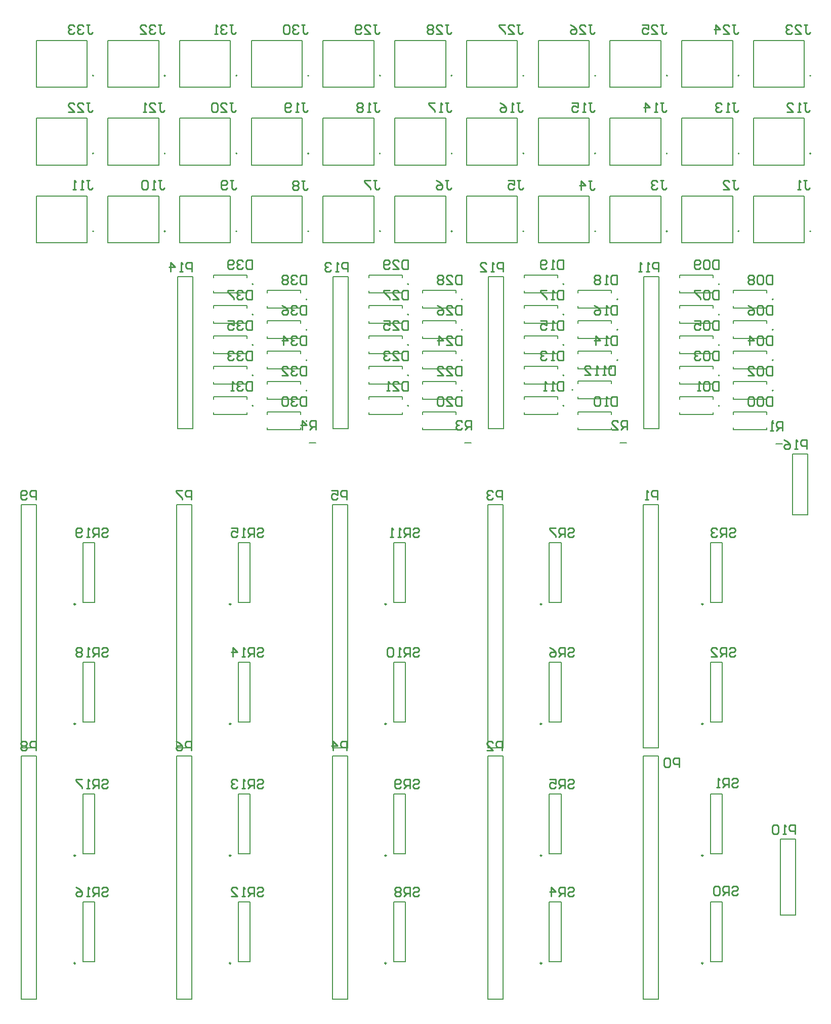
<source format=gto>
G04*
G04 #@! TF.GenerationSoftware,Altium Limited,Altium Designer,18.0.9 (584)*
G04*
G04 Layer_Color=65535*
%FSLAX25Y25*%
%MOIN*%
G70*
G01*
G75*
%ADD10C,0.00787*%
%ADD11C,0.00984*%
%ADD12C,0.00500*%
%ADD13C,0.01000*%
D10*
X57480Y574882D02*
G03*
X57480Y574882I394J0D01*
G01*
X529921Y626063D02*
G03*
X529921Y626063I394J0D01*
G01*
X529921Y574882D02*
G03*
X529921Y574882I394J0D01*
G01*
X482677Y626063D02*
G03*
X482677Y626063I394J0D01*
G01*
X482677Y574882D02*
G03*
X482677Y574882I394J0D01*
G01*
Y523701D02*
G03*
X482677Y523701I394J0D01*
G01*
X435433Y626063D02*
G03*
X435433Y626063I394J0D01*
G01*
X435433Y574882D02*
G03*
X435433Y574882I394J0D01*
G01*
Y523701D02*
G03*
X435433Y523701I394J0D01*
G01*
X388189Y626063D02*
G03*
X388189Y626063I394J0D01*
G01*
Y574882D02*
G03*
X388189Y574882I394J0D01*
G01*
Y523701D02*
G03*
X388189Y523701I394J0D01*
G01*
X340945Y626063D02*
G03*
X340945Y626063I394J0D01*
G01*
X340945Y574882D02*
G03*
X340945Y574882I394J0D01*
G01*
Y523701D02*
G03*
X340945Y523701I394J0D01*
G01*
X293701Y626063D02*
G03*
X293701Y626063I394J0D01*
G01*
Y574882D02*
G03*
X293701Y574882I394J0D01*
G01*
Y523701D02*
G03*
X293701Y523701I394J0D01*
G01*
X246457Y626063D02*
G03*
X246457Y626063I394J0D01*
G01*
X246457Y574882D02*
G03*
X246457Y574882I394J0D01*
G01*
Y523701D02*
G03*
X246457Y523701I394J0D01*
G01*
X199213Y626063D02*
G03*
X199213Y626063I394J0D01*
G01*
X199213Y574882D02*
G03*
X199213Y574882I394J0D01*
G01*
Y523701D02*
G03*
X199213Y523701I394J0D01*
G01*
X151969Y626063D02*
G03*
X151969Y626063I394J0D01*
G01*
X151969Y574882D02*
G03*
X151969Y574882I394J0D01*
G01*
Y523701D02*
G03*
X151969Y523701I394J0D01*
G01*
X104724Y626063D02*
G03*
X104724Y626063I394J0D01*
G01*
X104724Y574882D02*
G03*
X104724Y574882I394J0D01*
G01*
Y523701D02*
G03*
X104724Y523701I394J0D01*
G01*
X57480Y626063D02*
G03*
X57480Y626063I394J0D01*
G01*
X57480Y523701D02*
G03*
X57480Y523701I394J0D01*
G01*
X529921D02*
G03*
X529921Y523701I394J0D01*
G01*
X373209Y419291D02*
G03*
X373209Y419291I394J0D01*
G01*
X505138Y398917D02*
G03*
X505138Y398917I394J0D01*
G01*
X469705Y408917D02*
G03*
X469705Y408917I394J0D01*
G01*
X505138Y418917D02*
G03*
X505138Y418917I394J0D01*
G01*
X469705Y428917D02*
G03*
X469705Y428917I394J0D01*
G01*
X505138Y438917D02*
G03*
X505138Y438917I394J0D01*
G01*
X469705Y448917D02*
G03*
X469705Y448917I394J0D01*
G01*
X505138Y458917D02*
G03*
X505138Y458917I394J0D01*
G01*
X469705Y468917D02*
G03*
X469705Y468917I394J0D01*
G01*
X505138Y478917D02*
G03*
X505138Y478917I394J0D01*
G01*
X469705Y488917D02*
G03*
X469705Y488917I394J0D01*
G01*
X300413Y398917D02*
G03*
X300413Y398917I394J0D01*
G01*
X402775D02*
G03*
X402775Y398917I394J0D01*
G01*
X264980Y408917D02*
G03*
X264980Y408917I394J0D01*
G01*
X367342D02*
G03*
X367342Y408917I394J0D01*
G01*
X300413Y418917D02*
G03*
X300413Y418917I394J0D01*
G01*
X264980Y428917D02*
G03*
X264980Y428917I394J0D01*
G01*
X367342D02*
G03*
X367342Y428917I394J0D01*
G01*
X300413Y438917D02*
G03*
X300413Y438917I394J0D01*
G01*
X402775D02*
G03*
X402775Y438917I394J0D01*
G01*
X264980Y448917D02*
G03*
X264980Y448917I394J0D01*
G01*
X367342D02*
G03*
X367342Y448917I394J0D01*
G01*
X300413Y458917D02*
G03*
X300413Y458917I394J0D01*
G01*
X402775D02*
G03*
X402775Y458917I394J0D01*
G01*
X264980Y468917D02*
G03*
X264980Y468917I394J0D01*
G01*
X367342D02*
G03*
X367342Y468917I394J0D01*
G01*
X300413Y478917D02*
G03*
X300413Y478917I394J0D01*
G01*
X402775D02*
G03*
X402775Y478917I394J0D01*
G01*
X264980Y488917D02*
G03*
X264980Y488917I394J0D01*
G01*
X367342D02*
G03*
X367342Y488917I394J0D01*
G01*
X198051Y398917D02*
G03*
X198051Y398917I394J0D01*
G01*
X162618Y408917D02*
G03*
X162618Y408917I394J0D01*
G01*
X198051Y418917D02*
G03*
X198051Y418917I394J0D01*
G01*
X162618Y428917D02*
G03*
X162618Y428917I394J0D01*
G01*
X198051Y438917D02*
G03*
X198051Y438917I394J0D01*
G01*
X162618Y448917D02*
G03*
X162618Y448917I394J0D01*
G01*
X198051Y458917D02*
G03*
X198051Y458917I394J0D01*
G01*
X162618Y468917D02*
G03*
X162618Y468917I394J0D01*
G01*
X198051Y478917D02*
G03*
X198051Y478917I394J0D01*
G01*
X162618Y488917D02*
G03*
X162618Y488917I394J0D01*
G01*
X512008Y383858D02*
X507677D01*
X528622Y377047D02*
X518622D01*
Y337047D02*
Y377047D01*
X528622Y337047D02*
Y377047D01*
Y337047D02*
X518622D01*
X430787Y493917D02*
X420787D01*
Y393917D02*
Y493917D01*
X430787Y393917D02*
X420787D01*
X430787D02*
Y401417D01*
Y493917D01*
X307087Y384449D02*
X302756D01*
X409449D02*
X405118D01*
X123701Y401417D02*
Y493917D01*
Y393917D02*
Y401417D01*
Y393917D02*
X113701D01*
Y493917D01*
X123701D02*
X113701D01*
X226063Y401417D02*
Y493917D01*
Y393917D02*
Y401417D01*
Y393917D02*
X216063D01*
Y493917D01*
X226063D02*
X216063D01*
X328425Y401417D02*
Y493917D01*
Y393917D02*
Y401417D01*
Y393917D02*
X318425D01*
Y493917D01*
X328425D02*
X318425D01*
X204724Y384449D02*
X200394D01*
X215472Y183976D02*
Y343976D01*
X225472Y183976D02*
X215472D01*
X225472D02*
Y191476D01*
Y343976D01*
X215472D01*
Y18622D02*
Y178622D01*
X225472Y18622D02*
X215472D01*
X225472D02*
Y26122D01*
Y178622D01*
X215472D01*
X10748Y183976D02*
Y343976D01*
X20748Y183976D02*
X10748D01*
X20748D02*
Y191476D01*
Y343976D01*
X10748D01*
X113110Y183976D02*
Y343976D01*
X123110Y183976D02*
X113110D01*
X123110D02*
Y191476D01*
Y343976D01*
X113110D01*
Y18622D02*
Y178622D01*
X123110Y18622D02*
X113110D01*
X123110D02*
Y26122D01*
Y178622D01*
X113110D01*
X10748Y18622D02*
Y178622D01*
X20748Y18622D02*
X10748D01*
X20748D02*
Y26122D01*
Y178622D01*
X10748D01*
X263779Y318898D02*
X255906D01*
X263779Y279528D02*
X255906D01*
X263779D02*
Y318898D01*
X255906Y279528D02*
Y318898D01*
X263779Y153543D02*
X255906D01*
X263779Y114173D02*
X255906D01*
X263779D02*
Y153543D01*
X255906Y114173D02*
Y153543D01*
X59055Y318898D02*
X51181D01*
X59055Y279528D02*
X51181D01*
X59055D02*
Y318898D01*
X51181Y279528D02*
Y318898D01*
X161417D02*
X153543D01*
X161417Y279528D02*
X153543D01*
X161417D02*
Y318898D01*
X153543Y279528D02*
Y318898D01*
X161417Y153543D02*
X153543D01*
X161417Y114173D02*
X153543D01*
X161417D02*
Y153543D01*
X153543Y114173D02*
Y153543D01*
X59055D02*
X51181D01*
X59055Y114173D02*
X51181D01*
X59055D02*
Y153543D01*
X51181Y114173D02*
Y153543D01*
X263779Y240158D02*
X255906D01*
X263779Y200787D02*
X255906D01*
X263779D02*
Y240158D01*
X255906Y200787D02*
Y240158D01*
X263779Y82677D02*
X255906D01*
X263779Y43307D02*
X255906D01*
X263779D02*
Y82677D01*
X255906Y43307D02*
Y82677D01*
X59055Y240158D02*
X51181D01*
X59055Y200787D02*
X51181D01*
X59055D02*
Y240158D01*
X51181Y200787D02*
Y240158D01*
X161417Y240158D02*
X153543Y240158D01*
X161417Y200787D02*
X153543Y200787D01*
X161417Y200787D02*
Y240158D01*
X153543Y200787D02*
Y240158D01*
X161417Y82677D02*
X153543D01*
X161417Y43307D02*
X153543D01*
X161417D02*
Y82677D01*
X153543Y43307D02*
Y82677D01*
X59055D02*
X51181D01*
X59055Y43307D02*
X51181D01*
X59055D02*
Y82677D01*
X51181Y43307D02*
Y82677D01*
X317835Y183976D02*
Y343976D01*
X327835Y183976D02*
X317835D01*
X327835D02*
Y191476D01*
Y343976D01*
X317835D01*
X366142Y318898D02*
X358268D01*
X366142Y279528D02*
X358268D01*
X366142D02*
Y318898D01*
X358268Y279528D02*
Y318898D01*
X366142Y240158D02*
X358268D01*
X366142Y200787D02*
X358268D01*
X366142D02*
Y240158D01*
X358268Y200787D02*
Y240158D01*
X317835Y18622D02*
Y178622D01*
X327835Y18622D02*
X317835D01*
X327835D02*
Y26122D01*
Y178622D01*
X317835D01*
X366142Y153543D02*
X358268D01*
X366142Y114173D02*
X358268D01*
X366142D02*
Y153543D01*
X358268Y114173D02*
Y153543D01*
X366142Y82677D02*
X358268D01*
X366142Y43307D02*
X358268D01*
X366142D02*
Y82677D01*
X358268Y43307D02*
Y82677D01*
X420197Y183976D02*
Y343976D01*
X430197Y183976D02*
X420197D01*
X430197D02*
Y191476D01*
Y343976D01*
X420197D01*
X472441Y318898D02*
X464567D01*
X472441Y279528D02*
X464567D01*
X472441D02*
Y318898D01*
X464567Y279528D02*
Y318898D01*
X472441Y240158D02*
X464567D01*
X472441Y200787D02*
X464567D01*
X472441D02*
Y240158D01*
X464567Y200787D02*
Y240158D01*
X420197Y18622D02*
Y178622D01*
X430197Y18622D02*
X420197D01*
X430197D02*
Y26122D01*
Y178622D01*
X420197D01*
X472441Y153543D02*
X464567D01*
X472441Y114173D02*
X464567D01*
X472441D02*
Y153543D01*
X464567Y114173D02*
Y153543D01*
X472441Y82677D02*
X464567D01*
X472441Y43307D02*
X464567D01*
X472441D02*
Y82677D01*
X464567Y43307D02*
Y82677D01*
X520748Y73740D02*
X510748D01*
X520748D02*
Y123740D01*
X510748Y73740D02*
Y123740D01*
X520748D02*
X510748D01*
D11*
X250098Y278366D02*
G03*
X250098Y278366I492J0D01*
G01*
Y113012D02*
G03*
X250098Y113012I492J0D01*
G01*
X45374Y278366D02*
G03*
X45374Y278366I492J0D01*
G01*
X147736D02*
G03*
X147736Y278366I492J0D01*
G01*
Y113012D02*
G03*
X147736Y113012I492J0D01*
G01*
X45374D02*
G03*
X45374Y113012I492J0D01*
G01*
X250098Y199626D02*
G03*
X250098Y199626I492J0D01*
G01*
Y42146D02*
G03*
X250098Y42146I492J0D01*
G01*
X45374Y199626D02*
G03*
X45374Y199626I492J0D01*
G01*
X147736Y199626D02*
G03*
X147736Y199626I492J0D01*
G01*
Y42146D02*
G03*
X147736Y42146I492J0D01*
G01*
X45374D02*
G03*
X45374Y42146I492J0D01*
G01*
X352461Y278366D02*
G03*
X352461Y278366I492J0D01*
G01*
Y199626D02*
G03*
X352461Y199626I492J0D01*
G01*
Y113012D02*
G03*
X352461Y113012I492J0D01*
G01*
Y42146D02*
G03*
X352461Y42146I492J0D01*
G01*
X458760Y278366D02*
G03*
X458760Y278366I492J0D01*
G01*
Y199626D02*
G03*
X458760Y199626I492J0D01*
G01*
Y113012D02*
G03*
X458760Y113012I492J0D01*
G01*
Y42146D02*
G03*
X458760Y42146I492J0D01*
G01*
D12*
X53937Y567205D02*
X20472D01*
X53937D02*
Y598150D01*
X20472D01*
Y567205D02*
Y598150D01*
X526378Y618386D02*
X492913D01*
X526378D02*
Y649331D01*
X492913D01*
Y618386D02*
Y649331D01*
X526378Y567205D02*
X492913D01*
X526378D02*
Y598150D01*
X492913D01*
Y567205D02*
Y598150D01*
X479134Y618386D02*
X445669D01*
X479134D02*
Y649331D01*
X445669D01*
Y618386D02*
Y649331D01*
X479134Y567205D02*
X445669D01*
X479134D02*
Y598150D01*
X445669D01*
Y567205D02*
Y598150D01*
X479134Y516024D02*
X445669D01*
X479134D02*
Y546969D01*
X445669D01*
Y516024D02*
Y546969D01*
X431890Y618386D02*
X398425D01*
X431890D02*
Y649331D01*
X398425D01*
Y618386D02*
Y649331D01*
X431890Y567205D02*
X398425D01*
X431890D02*
Y598150D01*
X398425D01*
Y567205D02*
Y598150D01*
X431890Y516024D02*
X398425D01*
X431890D02*
Y546969D01*
X398425D01*
Y516024D02*
Y546969D01*
X384646Y618386D02*
X351181D01*
X384646D02*
Y649331D01*
X351181D01*
Y618386D02*
Y649331D01*
X384646Y567205D02*
X351181D01*
X384646D02*
Y598150D01*
X351181D01*
Y567205D02*
Y598150D01*
X384646Y516024D02*
X351181D01*
X384646D02*
Y546969D01*
X351181D01*
Y516024D02*
Y546969D01*
X337402Y618386D02*
X303937D01*
X337402D02*
Y649331D01*
X303937D01*
Y618386D02*
Y649331D01*
X337402Y567205D02*
X303937D01*
X337402D02*
Y598150D01*
X303937D01*
Y567205D02*
Y598150D01*
X337402Y516024D02*
X303937D01*
X337402D02*
Y546969D01*
X303937D01*
Y516024D02*
Y546969D01*
X290158Y618386D02*
X256693D01*
X290158D02*
Y649331D01*
X256693D01*
Y618386D02*
Y649331D01*
X290158Y567205D02*
X256693D01*
X290158D02*
Y598150D01*
X256693D01*
Y567205D02*
Y598150D01*
X290158Y516024D02*
X256693D01*
X290158D02*
Y546969D01*
X256693D01*
Y516024D02*
Y546969D01*
X242913Y618386D02*
X209449D01*
X242913D02*
Y649331D01*
X209449D01*
Y618386D02*
Y649331D01*
X242913Y567205D02*
X209449D01*
X242913D02*
Y598150D01*
X209449D01*
Y567205D02*
Y598150D01*
X242913Y516024D02*
X209449D01*
X242913D02*
Y546969D01*
X209449D01*
Y516024D02*
Y546969D01*
X195669Y618386D02*
X162205D01*
X195669D02*
Y649331D01*
X162205D01*
Y618386D02*
Y649331D01*
X195669Y567205D02*
X162205D01*
X195669D02*
Y598150D01*
X162205D01*
Y567205D02*
Y598150D01*
X195669Y516024D02*
X162205D01*
X195669D02*
Y546969D01*
X162205D01*
Y516024D02*
Y546969D01*
X148425Y618386D02*
X114961D01*
X148425D02*
Y649331D01*
X114961D01*
Y618386D02*
Y649331D01*
X148425Y567205D02*
X114961D01*
X148425D02*
Y598150D01*
X114961D01*
Y567205D02*
Y598150D01*
X148425Y516024D02*
X114961D01*
X148425D02*
Y546969D01*
X114961D01*
Y516024D02*
Y546969D01*
X101181Y618386D02*
X67716D01*
X101181D02*
Y649331D01*
X67716D01*
Y618386D02*
Y649331D01*
X101181Y567205D02*
X67716D01*
X101181D02*
Y598150D01*
X67716D01*
Y567205D02*
Y598150D01*
X101181Y516024D02*
X67716D01*
X101181D02*
Y546969D01*
X67716D01*
Y516024D02*
Y546969D01*
X53937Y618386D02*
X20472D01*
X53937D02*
Y649331D01*
X20472D01*
Y618386D02*
Y649331D01*
X53937Y516024D02*
X20472D01*
X53937D02*
Y546969D01*
X20472D01*
Y516024D02*
Y546969D01*
X526378Y516024D02*
X492913D01*
X526378D02*
Y546969D01*
X492913D01*
Y516024D02*
Y546969D01*
X377362Y413484D02*
Y414961D01*
X399409Y413484D02*
X377362D01*
X399409D02*
Y414961D01*
Y423622D02*
Y425098D01*
X377362D01*
Y423622D02*
Y425098D01*
X501771Y393110D02*
Y394587D01*
Y393110D02*
X479724D01*
Y394587D01*
Y403248D02*
Y404724D01*
X501771D02*
X479724D01*
X501771Y403248D02*
Y404724D01*
X466338Y403110D02*
Y404587D01*
Y403110D02*
X444291D01*
Y404587D01*
Y413248D02*
Y414724D01*
X466338D02*
X444291D01*
X466338Y413248D02*
Y414724D01*
X501771Y413110D02*
Y414587D01*
Y413110D02*
X479724D01*
Y414587D01*
Y423248D02*
Y424724D01*
X501771D02*
X479724D01*
X501771Y423248D02*
Y424724D01*
X466338Y423110D02*
Y424587D01*
Y423110D02*
X444291D01*
Y424587D01*
Y433248D02*
Y434724D01*
X466338D02*
X444291D01*
X466338Y433248D02*
Y434724D01*
X501771Y433110D02*
Y434587D01*
Y433110D02*
X479724D01*
Y434587D01*
Y443248D02*
Y444724D01*
X501771D02*
X479724D01*
X501771Y443248D02*
Y444724D01*
X466338Y443110D02*
Y444587D01*
Y443110D02*
X444291D01*
Y444587D01*
Y453248D02*
Y454724D01*
X466338D02*
X444291D01*
X466338Y453248D02*
Y454724D01*
X501771Y453110D02*
Y454587D01*
Y453110D02*
X479724D01*
Y454587D01*
Y463248D02*
Y464724D01*
X501771D02*
X479724D01*
X501771Y463248D02*
Y464724D01*
X466338Y463110D02*
Y464587D01*
Y463110D02*
X444291D01*
Y464587D01*
Y473248D02*
Y474724D01*
X466338D02*
X444291D01*
X466338Y473248D02*
Y474724D01*
X501771Y473110D02*
Y474587D01*
Y473110D02*
X479724D01*
Y474587D01*
Y483248D02*
Y484724D01*
X501771D02*
X479724D01*
X501771Y483248D02*
Y484724D01*
X466338Y483110D02*
Y484587D01*
Y483110D02*
X444291D01*
Y484587D01*
Y493248D02*
Y494724D01*
X466338D02*
X444291D01*
X466338Y493248D02*
Y494724D01*
X297047Y403248D02*
Y404724D01*
X275000D01*
Y403248D02*
Y404724D01*
Y393110D02*
Y394587D01*
X297047Y393110D02*
X275000D01*
X297047D02*
Y394587D01*
X399409Y403248D02*
Y404724D01*
X377362D01*
Y403248D02*
Y404724D01*
Y393110D02*
Y394587D01*
X399409Y393110D02*
X377362D01*
X399409D02*
Y394587D01*
X261614Y413248D02*
Y414724D01*
X239567D01*
Y413248D02*
Y414724D01*
Y403110D02*
Y404587D01*
X261614Y403110D02*
X239567D01*
X261614D02*
Y404587D01*
X363976Y413248D02*
Y414724D01*
X341929D01*
Y413248D02*
Y414724D01*
Y403110D02*
Y404587D01*
X363976Y403110D02*
X341929D01*
X363976D02*
Y404587D01*
X297047Y423248D02*
Y424724D01*
X275000D01*
Y423248D02*
Y424724D01*
Y413110D02*
Y414587D01*
X297047Y413110D02*
X275000D01*
X297047D02*
Y414587D01*
X261614Y433248D02*
Y434724D01*
X239567D01*
Y433248D02*
Y434724D01*
Y423110D02*
Y424587D01*
X261614Y423110D02*
X239567D01*
X261614D02*
Y424587D01*
X363976Y433248D02*
Y434724D01*
X341929D01*
Y433248D02*
Y434724D01*
Y423110D02*
Y424587D01*
X363976Y423110D02*
X341929D01*
X363976D02*
Y424587D01*
X297047Y443248D02*
Y444724D01*
X275000D01*
Y443248D02*
Y444724D01*
Y433110D02*
Y434587D01*
X297047Y433110D02*
X275000D01*
X297047D02*
Y434587D01*
X399409Y443248D02*
Y444724D01*
X377362D01*
Y443248D02*
Y444724D01*
Y433110D02*
Y434587D01*
X399409Y433110D02*
X377362D01*
X399409D02*
Y434587D01*
X261614Y453248D02*
Y454724D01*
X239567D01*
Y453248D02*
Y454724D01*
Y443110D02*
Y444587D01*
X261614Y443110D02*
X239567D01*
X261614D02*
Y444587D01*
X363976Y453248D02*
Y454724D01*
X341929D01*
Y453248D02*
Y454724D01*
Y443110D02*
Y444587D01*
X363976Y443110D02*
X341929D01*
X363976D02*
Y444587D01*
X297047Y463248D02*
Y464724D01*
X275000D01*
Y463248D02*
Y464724D01*
Y453110D02*
Y454587D01*
X297047Y453110D02*
X275000D01*
X297047D02*
Y454587D01*
X399409Y463248D02*
Y464724D01*
X377362D01*
Y463248D02*
Y464724D01*
Y453110D02*
Y454587D01*
X399409Y453110D02*
X377362D01*
X399409D02*
Y454587D01*
X261614Y473248D02*
Y474724D01*
X239567D01*
Y473248D02*
Y474724D01*
Y463110D02*
Y464587D01*
X261614Y463110D02*
X239567D01*
X261614D02*
Y464587D01*
X363976Y473248D02*
Y474724D01*
X341929D01*
Y473248D02*
Y474724D01*
Y463110D02*
Y464587D01*
X363976Y463110D02*
X341929D01*
X363976D02*
Y464587D01*
X297047Y483248D02*
Y484724D01*
X275000D01*
Y483248D02*
Y484724D01*
Y473110D02*
Y474587D01*
X297047Y473110D02*
X275000D01*
X297047D02*
Y474587D01*
X399409Y483248D02*
Y484724D01*
X377362D01*
Y483248D02*
Y484724D01*
Y473110D02*
Y474587D01*
X399409Y473110D02*
X377362D01*
X399409D02*
Y474587D01*
X261614Y493248D02*
Y494724D01*
X239567D01*
Y493248D02*
Y494724D01*
Y483110D02*
Y484587D01*
X261614Y483110D02*
X239567D01*
X261614D02*
Y484587D01*
X363976Y493248D02*
Y494724D01*
X341929D01*
Y493248D02*
Y494724D01*
Y483110D02*
Y484587D01*
X363976Y483110D02*
X341929D01*
X363976D02*
Y484587D01*
X194685Y403248D02*
Y404724D01*
X172638D01*
Y403248D02*
Y404724D01*
Y393110D02*
Y394587D01*
X194685Y393110D02*
X172638D01*
X194685D02*
Y394587D01*
X159252Y413248D02*
Y414724D01*
X137205D01*
Y413248D02*
Y414724D01*
Y403110D02*
Y404587D01*
X159252Y403110D02*
X137205D01*
X159252D02*
Y404587D01*
X194685Y423248D02*
Y424724D01*
X172638D01*
Y423248D02*
Y424724D01*
Y413110D02*
Y414587D01*
X194685Y413110D02*
X172638D01*
X194685D02*
Y414587D01*
X159252Y433248D02*
Y434724D01*
X137205D01*
Y433248D02*
Y434724D01*
Y423110D02*
Y424587D01*
X159252Y423110D02*
X137205D01*
X159252D02*
Y424587D01*
X194685Y443248D02*
Y444724D01*
X172638D01*
Y443248D02*
Y444724D01*
Y433110D02*
Y434587D01*
X194685Y433110D02*
X172638D01*
X194685D02*
Y434587D01*
X159252Y453248D02*
Y454724D01*
X137205D01*
Y453248D02*
Y454724D01*
Y443110D02*
Y444587D01*
X159252Y443110D02*
X137205D01*
X159252D02*
Y444587D01*
X194685Y463248D02*
Y464724D01*
X172638D01*
Y463248D02*
Y464724D01*
Y453110D02*
Y454587D01*
X194685Y453110D02*
X172638D01*
X194685D02*
Y454587D01*
X159252Y473248D02*
Y474724D01*
X137205D01*
Y473248D02*
Y474724D01*
Y463110D02*
Y464587D01*
X159252Y463110D02*
X137205D01*
X159252D02*
Y464587D01*
X194685Y483248D02*
Y484724D01*
X172638D01*
Y483248D02*
Y484724D01*
Y473110D02*
Y474587D01*
X194685Y473110D02*
X172638D01*
X194685D02*
Y474587D01*
X159252Y493248D02*
Y494724D01*
X137205D01*
Y493248D02*
Y494724D01*
Y483110D02*
Y484587D01*
X159252Y483110D02*
X137205D01*
X159252D02*
Y484587D01*
D13*
X53654Y659376D02*
X55653D01*
X54654D01*
Y654378D01*
X55653Y653378D01*
X56653D01*
X57653Y654378D01*
X51655Y658376D02*
X50655Y659376D01*
X48656D01*
X47656Y658376D01*
Y657377D01*
X48656Y656377D01*
X49655D01*
X48656D01*
X47656Y655377D01*
Y654378D01*
X48656Y653378D01*
X50655D01*
X51655Y654378D01*
X45657Y658376D02*
X44657Y659376D01*
X42658D01*
X41658Y658376D01*
Y657377D01*
X42658Y656377D01*
X43657D01*
X42658D01*
X41658Y655377D01*
Y654378D01*
X42658Y653378D01*
X44657D01*
X45657Y654378D01*
X100954Y659410D02*
X102953D01*
X101954D01*
Y654412D01*
X102953Y653412D01*
X103953D01*
X104953Y654412D01*
X98955Y658410D02*
X97955Y659410D01*
X95956D01*
X94956Y658410D01*
Y657410D01*
X95956Y656411D01*
X96955D01*
X95956D01*
X94956Y655411D01*
Y654412D01*
X95956Y653412D01*
X97955D01*
X98955Y654412D01*
X88958Y653412D02*
X92957D01*
X88958Y657410D01*
Y658410D01*
X89958Y659410D01*
X91957D01*
X92957Y658410D01*
X148101Y659454D02*
X150101D01*
X149101D01*
Y654456D01*
X150101Y653456D01*
X151100D01*
X152100Y654456D01*
X146102Y658454D02*
X145102Y659454D01*
X143103D01*
X142103Y658454D01*
Y657455D01*
X143103Y656455D01*
X144103D01*
X143103D01*
X142103Y655455D01*
Y654456D01*
X143103Y653456D01*
X145102D01*
X146102Y654456D01*
X140104Y653456D02*
X138104D01*
X139104D01*
Y659454D01*
X140104Y658454D01*
X195419Y659458D02*
X197419D01*
X196419D01*
Y654459D01*
X197419Y653460D01*
X198418D01*
X199418Y654459D01*
X193420Y658458D02*
X192420Y659458D01*
X190421D01*
X189421Y658458D01*
Y657459D01*
X190421Y656459D01*
X191421D01*
X190421D01*
X189421Y655459D01*
Y654459D01*
X190421Y653460D01*
X192420D01*
X193420Y654459D01*
X187422Y658458D02*
X186422Y659458D01*
X184423D01*
X183423Y658458D01*
Y654459D01*
X184423Y653460D01*
X186422D01*
X187422Y654459D01*
Y658458D01*
X242674Y659376D02*
X244674D01*
X243674D01*
Y654378D01*
X244674Y653378D01*
X245673D01*
X246673Y654378D01*
X236677Y653378D02*
X240675D01*
X236677Y657377D01*
Y658376D01*
X237676Y659376D01*
X239675D01*
X240675Y658376D01*
X234677Y654378D02*
X233677Y653378D01*
X231678D01*
X230678Y654378D01*
Y658376D01*
X231678Y659376D01*
X233677D01*
X234677Y658376D01*
Y657377D01*
X233677Y656377D01*
X230678D01*
X289868Y659439D02*
X291868D01*
X290868D01*
Y654441D01*
X291868Y653441D01*
X292867D01*
X293867Y654441D01*
X283870Y653441D02*
X287869D01*
X283870Y657440D01*
Y658439D01*
X284870Y659439D01*
X286869D01*
X287869Y658439D01*
X281871D02*
X280871Y659439D01*
X278872D01*
X277872Y658439D01*
Y657440D01*
X278872Y656440D01*
X277872Y655440D01*
Y654441D01*
X278872Y653441D01*
X280871D01*
X281871Y654441D01*
Y655440D01*
X280871Y656440D01*
X281871Y657440D01*
Y658439D01*
X280871Y656440D02*
X278872D01*
X337123Y659365D02*
X339123D01*
X338123D01*
Y654367D01*
X339123Y653367D01*
X340122D01*
X341122Y654367D01*
X331125Y653367D02*
X335124D01*
X331125Y657366D01*
Y658365D01*
X332125Y659365D01*
X334124D01*
X335124Y658365D01*
X329126Y659365D02*
X325127D01*
Y658365D01*
X329126Y654367D01*
Y653367D01*
X384330Y659443D02*
X386330D01*
X385330D01*
Y654445D01*
X386330Y653445D01*
X387329D01*
X388329Y654445D01*
X378332Y653445D02*
X382331D01*
X378332Y657444D01*
Y658443D01*
X379332Y659443D01*
X381331D01*
X382331Y658443D01*
X372334Y659443D02*
X374334Y658443D01*
X376333Y656444D01*
Y654445D01*
X375333Y653445D01*
X373334D01*
X372334Y654445D01*
Y655444D01*
X373334Y656444D01*
X376333D01*
X431567Y659428D02*
X433567D01*
X432567D01*
Y654430D01*
X433567Y653430D01*
X434566D01*
X435566Y654430D01*
X425569Y653430D02*
X429568D01*
X425569Y657429D01*
Y658428D01*
X426569Y659428D01*
X428568D01*
X429568Y658428D01*
X419571Y659428D02*
X423570D01*
Y656429D01*
X421571Y657429D01*
X420571D01*
X419571Y656429D01*
Y654430D01*
X420571Y653430D01*
X422570D01*
X423570Y654430D01*
X478902Y659391D02*
X480901D01*
X479902D01*
Y654392D01*
X480901Y653393D01*
X481901D01*
X482901Y654392D01*
X472904Y653393D02*
X476903D01*
X472904Y657391D01*
Y658391D01*
X473904Y659391D01*
X475903D01*
X476903Y658391D01*
X467906Y653393D02*
Y659391D01*
X470905Y656392D01*
X466906D01*
X526146Y659451D02*
X528146D01*
X527146D01*
Y654452D01*
X528146Y653452D01*
X529145D01*
X530145Y654452D01*
X520148Y653452D02*
X524147D01*
X520148Y657451D01*
Y658451D01*
X521148Y659451D01*
X523147D01*
X524147Y658451D01*
X518149D02*
X517149Y659451D01*
X515150D01*
X514150Y658451D01*
Y657451D01*
X515150Y656452D01*
X516149D01*
X515150D01*
X514150Y655452D01*
Y654452D01*
X515150Y653452D01*
X517149D01*
X518149Y654452D01*
X53617Y608224D02*
X55616D01*
X54617D01*
Y603226D01*
X55616Y602226D01*
X56616D01*
X57616Y603226D01*
X47619Y602226D02*
X51618D01*
X47619Y606225D01*
Y607225D01*
X48619Y608224D01*
X50618D01*
X51618Y607225D01*
X41621Y602226D02*
X45619D01*
X41621Y606225D01*
Y607225D01*
X42621Y608224D01*
X44620D01*
X45619Y607225D01*
X100861Y608251D02*
X102860D01*
X101861D01*
Y603253D01*
X102860Y602253D01*
X103860D01*
X104860Y603253D01*
X94863Y602253D02*
X98862D01*
X94863Y606252D01*
Y607252D01*
X95863Y608251D01*
X97862D01*
X98862Y607252D01*
X92864Y602253D02*
X90864D01*
X91864D01*
Y608251D01*
X92864Y607252D01*
X148105Y608241D02*
X150104D01*
X149105D01*
Y603242D01*
X150104Y602243D01*
X151104D01*
X152104Y603242D01*
X142107Y602243D02*
X146106D01*
X142107Y606242D01*
Y607241D01*
X143107Y608241D01*
X145106D01*
X146106Y607241D01*
X140108D02*
X139108Y608241D01*
X137109D01*
X136109Y607241D01*
Y603242D01*
X137109Y602243D01*
X139108D01*
X140108Y603242D01*
Y607241D01*
X195349Y608268D02*
X197349D01*
X196349D01*
Y603269D01*
X197349Y602270D01*
X198348D01*
X199348Y603269D01*
X193350Y602270D02*
X191350D01*
X192350D01*
Y608268D01*
X193350Y607268D01*
X188352Y603269D02*
X187352Y602270D01*
X185353D01*
X184353Y603269D01*
Y607268D01*
X185353Y608268D01*
X187352D01*
X188352Y607268D01*
Y606268D01*
X187352Y605268D01*
X184353D01*
X242593Y608194D02*
X244593D01*
X243593D01*
Y603196D01*
X244593Y602196D01*
X245592D01*
X246592Y603196D01*
X240594Y602196D02*
X238595D01*
X239594D01*
Y608194D01*
X240594Y607195D01*
X235596D02*
X234596Y608194D01*
X232597D01*
X231597Y607195D01*
Y606195D01*
X232597Y605195D01*
X231597Y604196D01*
Y603196D01*
X232597Y602196D01*
X234596D01*
X235596Y603196D01*
Y604196D01*
X234596Y605195D01*
X235596Y606195D01*
Y607195D01*
X234596Y605195D02*
X232597D01*
X289837Y608221D02*
X291837D01*
X290837D01*
Y603223D01*
X291837Y602223D01*
X292836D01*
X293836Y603223D01*
X287838Y602223D02*
X285839D01*
X286838D01*
Y608221D01*
X287838Y607221D01*
X282840Y608221D02*
X278841D01*
Y607221D01*
X282840Y603223D01*
Y602223D01*
X337082Y608248D02*
X339081D01*
X338081D01*
Y603249D01*
X339081Y602250D01*
X340080D01*
X341080Y603249D01*
X335082Y602250D02*
X333083D01*
X334083D01*
Y608248D01*
X335082Y607248D01*
X326085Y608248D02*
X328084Y607248D01*
X330084Y605249D01*
Y603249D01*
X329084Y602250D01*
X327085D01*
X326085Y603249D01*
Y604249D01*
X327085Y605249D01*
X330084D01*
X384326Y608274D02*
X386325D01*
X385325D01*
Y603276D01*
X386325Y602276D01*
X387325D01*
X388324Y603276D01*
X382326Y602276D02*
X380327D01*
X381327D01*
Y608274D01*
X382326Y607275D01*
X373329Y608274D02*
X377328D01*
Y605275D01*
X375328Y606275D01*
X374329D01*
X373329Y605275D01*
Y603276D01*
X374329Y602276D01*
X376328D01*
X377328Y603276D01*
X431570Y608201D02*
X433569D01*
X432569D01*
Y603203D01*
X433569Y602203D01*
X434569D01*
X435568Y603203D01*
X429570Y602203D02*
X427571D01*
X428571D01*
Y608201D01*
X429570Y607201D01*
X421573Y602203D02*
Y608201D01*
X424572Y605202D01*
X420573D01*
X478814Y608228D02*
X480813D01*
X479813D01*
Y603229D01*
X480813Y602230D01*
X481813D01*
X482812Y603229D01*
X476815Y602230D02*
X474815D01*
X475815D01*
Y608228D01*
X476815Y607228D01*
X471816D02*
X470816Y608228D01*
X468817D01*
X467817Y607228D01*
Y606228D01*
X468817Y605229D01*
X469817D01*
X468817D01*
X467817Y604229D01*
Y603229D01*
X468817Y602230D01*
X470816D01*
X471816Y603229D01*
X526058Y608225D02*
X528057D01*
X527058D01*
Y603226D01*
X528057Y602227D01*
X529057D01*
X530057Y603226D01*
X524059Y602227D02*
X522059D01*
X523059D01*
Y608225D01*
X524059Y607225D01*
X515062Y602227D02*
X519060D01*
X515062Y606225D01*
Y607225D01*
X516061Y608225D01*
X518060D01*
X519060Y607225D01*
X53631Y557069D02*
X55631D01*
X54631D01*
Y552071D01*
X55631Y551071D01*
X56630D01*
X57630Y552071D01*
X51632Y551071D02*
X49632D01*
X50632D01*
Y557069D01*
X51632Y556069D01*
X46633Y551071D02*
X44634D01*
X45634D01*
Y557069D01*
X46633Y556069D01*
X100915Y557050D02*
X102915D01*
X101915D01*
Y552052D01*
X102915Y551052D01*
X103914D01*
X104914Y552052D01*
X98916Y551052D02*
X96917D01*
X97916D01*
Y557050D01*
X98916Y556051D01*
X93918D02*
X92918Y557050D01*
X90919D01*
X89919Y556051D01*
Y552052D01*
X90919Y551052D01*
X92918D01*
X93918Y552052D01*
Y556051D01*
X148160Y557077D02*
X150159D01*
X149159D01*
Y552079D01*
X150159Y551079D01*
X151158D01*
X152158Y552079D01*
X146160D02*
X145160Y551079D01*
X143161D01*
X142161Y552079D01*
Y556077D01*
X143161Y557077D01*
X145160D01*
X146160Y556077D01*
Y555078D01*
X145160Y554078D01*
X142161D01*
X195404Y557004D02*
X197403D01*
X196403D01*
Y552005D01*
X197403Y551006D01*
X198403D01*
X199402Y552005D01*
X193404Y556004D02*
X192404Y557004D01*
X190405D01*
X189406Y556004D01*
Y555004D01*
X190405Y554005D01*
X189406Y553005D01*
Y552005D01*
X190405Y551006D01*
X192404D01*
X193404Y552005D01*
Y553005D01*
X192404Y554005D01*
X193404Y555004D01*
Y556004D01*
X192404Y554005D02*
X190405D01*
X242648Y557030D02*
X244647D01*
X243647D01*
Y552032D01*
X244647Y551032D01*
X245647D01*
X246646Y552032D01*
X240648Y557030D02*
X236650D01*
Y556031D01*
X240648Y552032D01*
Y551032D01*
X289892Y557057D02*
X291891D01*
X290891D01*
Y552059D01*
X291891Y551059D01*
X292891D01*
X293891Y552059D01*
X283894Y557057D02*
X285893Y556058D01*
X287892Y554058D01*
Y552059D01*
X286893Y551059D01*
X284893D01*
X283894Y552059D01*
Y553058D01*
X284893Y554058D01*
X287892D01*
X337136Y557084D02*
X339135D01*
X338136D01*
Y552085D01*
X339135Y551086D01*
X340135D01*
X341135Y552085D01*
X331138Y557084D02*
X335137D01*
Y554085D01*
X333137Y555085D01*
X332137D01*
X331138Y554085D01*
Y552085D01*
X332137Y551086D01*
X334137D01*
X335137Y552085D01*
X384380Y557011D02*
X386379D01*
X385380D01*
Y552012D01*
X386379Y551013D01*
X387379D01*
X388379Y552012D01*
X379382Y551013D02*
Y557011D01*
X382381Y554012D01*
X378382D01*
X431624Y557037D02*
X433623D01*
X432624D01*
Y552039D01*
X433623Y551039D01*
X434623D01*
X435623Y552039D01*
X429625Y556038D02*
X428625Y557037D01*
X426626D01*
X425626Y556038D01*
Y555038D01*
X426626Y554038D01*
X427625D01*
X426626D01*
X425626Y553039D01*
Y552039D01*
X426626Y551039D01*
X428625D01*
X429625Y552039D01*
X478868Y557064D02*
X480867D01*
X479868D01*
Y552066D01*
X480867Y551066D01*
X481867D01*
X482867Y552066D01*
X472870Y551066D02*
X476869D01*
X472870Y555065D01*
Y556064D01*
X473870Y557064D01*
X475869D01*
X476869Y556064D01*
X526060Y557098D02*
X528060D01*
X527060D01*
Y552100D01*
X528060Y551100D01*
X529059D01*
X530059Y552100D01*
X524061Y551100D02*
X522062D01*
X523061D01*
Y557098D01*
X524061Y556098D01*
X512001Y392560D02*
Y398558D01*
X509002D01*
X508002Y397558D01*
Y395559D01*
X509002Y394559D01*
X512001D01*
X510001D02*
X508002Y392560D01*
X506003D02*
X504003D01*
X505003D01*
Y398558D01*
X506003Y397558D01*
X401507Y435198D02*
Y429200D01*
X398508D01*
X397508Y430200D01*
Y434198D01*
X398508Y435198D01*
X401507D01*
X395509Y429200D02*
X393510D01*
X394509D01*
Y435198D01*
X395509Y434198D01*
X390511Y429200D02*
X388511D01*
X389511D01*
Y435198D01*
X390511Y434198D01*
X381514Y429200D02*
X385512D01*
X381514Y433199D01*
Y434198D01*
X382513Y435198D01*
X384513D01*
X385512Y434198D01*
X505359Y414789D02*
Y408791D01*
X502360D01*
X501360Y409790D01*
Y413789D01*
X502360Y414789D01*
X505359D01*
X499361Y413789D02*
X498361Y414789D01*
X496362D01*
X495362Y413789D01*
Y409790D01*
X496362Y408791D01*
X498361D01*
X499361Y409790D01*
Y413789D01*
X493363D02*
X492363Y414789D01*
X490364D01*
X489364Y413789D01*
Y409790D01*
X490364Y408791D01*
X492363D01*
X493363Y409790D01*
Y413789D01*
X469859Y424789D02*
Y418791D01*
X466860D01*
X465860Y419790D01*
Y423789D01*
X466860Y424789D01*
X469859D01*
X463861Y423789D02*
X462861Y424789D01*
X460862D01*
X459862Y423789D01*
Y419790D01*
X460862Y418791D01*
X462861D01*
X463861Y419790D01*
Y423789D01*
X457863Y418791D02*
X455864D01*
X456863D01*
Y424789D01*
X457863Y423789D01*
X505359Y434789D02*
Y428791D01*
X502360D01*
X501360Y429790D01*
Y433789D01*
X502360Y434789D01*
X505359D01*
X499361Y433789D02*
X498361Y434789D01*
X496362D01*
X495362Y433789D01*
Y429790D01*
X496362Y428791D01*
X498361D01*
X499361Y429790D01*
Y433789D01*
X489364Y428791D02*
X493363D01*
X489364Y432789D01*
Y433789D01*
X490364Y434789D01*
X492363D01*
X493363Y433789D01*
X469859Y444789D02*
Y438791D01*
X466860D01*
X465860Y439790D01*
Y443789D01*
X466860Y444789D01*
X469859D01*
X463861Y443789D02*
X462861Y444789D01*
X460862D01*
X459862Y443789D01*
Y439790D01*
X460862Y438791D01*
X462861D01*
X463861Y439790D01*
Y443789D01*
X457863D02*
X456863Y444789D01*
X454864D01*
X453864Y443789D01*
Y442789D01*
X454864Y441790D01*
X455864D01*
X454864D01*
X453864Y440790D01*
Y439790D01*
X454864Y438791D01*
X456863D01*
X457863Y439790D01*
X505359Y454789D02*
Y448791D01*
X502360D01*
X501360Y449790D01*
Y453789D01*
X502360Y454789D01*
X505359D01*
X499361Y453789D02*
X498361Y454789D01*
X496362D01*
X495362Y453789D01*
Y449790D01*
X496362Y448791D01*
X498361D01*
X499361Y449790D01*
Y453789D01*
X490364Y448791D02*
Y454789D01*
X493363Y451790D01*
X489364D01*
X469859Y464789D02*
Y458791D01*
X466860D01*
X465860Y459790D01*
Y463789D01*
X466860Y464789D01*
X469859D01*
X463861Y463789D02*
X462861Y464789D01*
X460862D01*
X459862Y463789D01*
Y459790D01*
X460862Y458791D01*
X462861D01*
X463861Y459790D01*
Y463789D01*
X453864Y464789D02*
X457863D01*
Y461790D01*
X455864Y462789D01*
X454864D01*
X453864Y461790D01*
Y459790D01*
X454864Y458791D01*
X456863D01*
X457863Y459790D01*
X505359Y474789D02*
Y468791D01*
X502360D01*
X501360Y469790D01*
Y473789D01*
X502360Y474789D01*
X505359D01*
X499361Y473789D02*
X498361Y474789D01*
X496362D01*
X495362Y473789D01*
Y469790D01*
X496362Y468791D01*
X498361D01*
X499361Y469790D01*
Y473789D01*
X489364Y474789D02*
X491364Y473789D01*
X493363Y471790D01*
Y469790D01*
X492363Y468791D01*
X490364D01*
X489364Y469790D01*
Y470790D01*
X490364Y471790D01*
X493363D01*
X469859Y484789D02*
Y478791D01*
X466860D01*
X465860Y479790D01*
Y483789D01*
X466860Y484789D01*
X469859D01*
X463861Y483789D02*
X462861Y484789D01*
X460862D01*
X459862Y483789D01*
Y479790D01*
X460862Y478791D01*
X462861D01*
X463861Y479790D01*
Y483789D01*
X457863Y484789D02*
X453864D01*
Y483789D01*
X457863Y479790D01*
Y478791D01*
X505359Y494789D02*
Y488791D01*
X502360D01*
X501360Y489790D01*
Y493789D01*
X502360Y494789D01*
X505359D01*
X499361Y493789D02*
X498361Y494789D01*
X496362D01*
X495362Y493789D01*
Y489790D01*
X496362Y488791D01*
X498361D01*
X499361Y489790D01*
Y493789D01*
X493363D02*
X492363Y494789D01*
X490364D01*
X489364Y493789D01*
Y492789D01*
X490364Y491790D01*
X489364Y490790D01*
Y489790D01*
X490364Y488791D01*
X492363D01*
X493363Y489790D01*
Y490790D01*
X492363Y491790D01*
X493363Y492789D01*
Y493789D01*
X492363Y491790D02*
X490364D01*
X469859Y504789D02*
Y498791D01*
X466860D01*
X465860Y499790D01*
Y503789D01*
X466860Y504789D01*
X469859D01*
X463861Y503789D02*
X462861Y504789D01*
X460862D01*
X459862Y503789D01*
Y499790D01*
X460862Y498791D01*
X462861D01*
X463861Y499790D01*
Y503789D01*
X457863Y499790D02*
X456863Y498791D01*
X454864D01*
X453864Y499790D01*
Y503789D01*
X454864Y504789D01*
X456863D01*
X457863Y503789D01*
Y502789D01*
X456863Y501790D01*
X453864D01*
X430159Y497291D02*
Y503289D01*
X427160D01*
X426160Y502289D01*
Y500290D01*
X427160Y499290D01*
X430159D01*
X424161Y497291D02*
X422162D01*
X423161D01*
Y503289D01*
X424161Y502289D01*
X419163Y497291D02*
X417163D01*
X418163D01*
Y503289D01*
X419163Y502289D01*
X300559Y414789D02*
Y408791D01*
X297560D01*
X296560Y409790D01*
Y413789D01*
X297560Y414789D01*
X300559D01*
X290562Y408791D02*
X294561D01*
X290562Y412789D01*
Y413789D01*
X291562Y414789D01*
X293561D01*
X294561Y413789D01*
X288563D02*
X287563Y414789D01*
X285564D01*
X284564Y413789D01*
Y409790D01*
X285564Y408791D01*
X287563D01*
X288563Y409790D01*
Y413789D01*
X402959Y414789D02*
Y408791D01*
X399960D01*
X398960Y409790D01*
Y413789D01*
X399960Y414789D01*
X402959D01*
X396961Y408791D02*
X394962D01*
X395961D01*
Y414789D01*
X396961Y413789D01*
X391963D02*
X390963Y414789D01*
X388964D01*
X387964Y413789D01*
Y409790D01*
X388964Y408791D01*
X390963D01*
X391963Y409790D01*
Y413789D01*
X265159Y424789D02*
Y418791D01*
X262160D01*
X261160Y419790D01*
Y423789D01*
X262160Y424789D01*
X265159D01*
X255162Y418791D02*
X259161D01*
X255162Y422789D01*
Y423789D01*
X256162Y424789D01*
X258161D01*
X259161Y423789D01*
X253163Y418791D02*
X251164D01*
X252163D01*
Y424789D01*
X253163Y423789D01*
X367559Y424789D02*
Y418791D01*
X364560D01*
X363560Y419790D01*
Y423789D01*
X364560Y424789D01*
X367559D01*
X361561Y418791D02*
X359562D01*
X360561D01*
Y424789D01*
X361561Y423789D01*
X356563Y418791D02*
X354563D01*
X355563D01*
Y424789D01*
X356563Y423789D01*
X300559Y434789D02*
Y428791D01*
X297560D01*
X296560Y429790D01*
Y433789D01*
X297560Y434789D01*
X300559D01*
X290562Y428791D02*
X294561D01*
X290562Y432789D01*
Y433789D01*
X291562Y434789D01*
X293561D01*
X294561Y433789D01*
X284564Y428791D02*
X288563D01*
X284564Y432789D01*
Y433789D01*
X285564Y434789D01*
X287563D01*
X288563Y433789D01*
X265159Y444789D02*
Y438791D01*
X262160D01*
X261160Y439790D01*
Y443789D01*
X262160Y444789D01*
X265159D01*
X255162Y438791D02*
X259161D01*
X255162Y442789D01*
Y443789D01*
X256162Y444789D01*
X258161D01*
X259161Y443789D01*
X253163D02*
X252163Y444789D01*
X250164D01*
X249164Y443789D01*
Y442789D01*
X250164Y441790D01*
X251164D01*
X250164D01*
X249164Y440790D01*
Y439790D01*
X250164Y438791D01*
X252163D01*
X253163Y439790D01*
X367559Y444789D02*
Y438791D01*
X364560D01*
X363560Y439790D01*
Y443789D01*
X364560Y444789D01*
X367559D01*
X361561Y438791D02*
X359562D01*
X360561D01*
Y444789D01*
X361561Y443789D01*
X356563D02*
X355563Y444789D01*
X353564D01*
X352564Y443789D01*
Y442789D01*
X353564Y441790D01*
X354563D01*
X353564D01*
X352564Y440790D01*
Y439790D01*
X353564Y438791D01*
X355563D01*
X356563Y439790D01*
X300559Y454789D02*
Y448791D01*
X297560D01*
X296560Y449790D01*
Y453789D01*
X297560Y454789D01*
X300559D01*
X290562Y448791D02*
X294561D01*
X290562Y452789D01*
Y453789D01*
X291562Y454789D01*
X293561D01*
X294561Y453789D01*
X285564Y448791D02*
Y454789D01*
X288563Y451790D01*
X284564D01*
X402959Y454789D02*
Y448791D01*
X399960D01*
X398960Y449790D01*
Y453789D01*
X399960Y454789D01*
X402959D01*
X396961Y448791D02*
X394962D01*
X395961D01*
Y454789D01*
X396961Y453789D01*
X388964Y448791D02*
Y454789D01*
X391963Y451790D01*
X387964D01*
X265159Y464789D02*
Y458791D01*
X262160D01*
X261160Y459790D01*
Y463789D01*
X262160Y464789D01*
X265159D01*
X255162Y458791D02*
X259161D01*
X255162Y462789D01*
Y463789D01*
X256162Y464789D01*
X258161D01*
X259161Y463789D01*
X249164Y464789D02*
X253163D01*
Y461790D01*
X251164Y462789D01*
X250164D01*
X249164Y461790D01*
Y459790D01*
X250164Y458791D01*
X252163D01*
X253163Y459790D01*
X367559Y464789D02*
Y458791D01*
X364560D01*
X363560Y459790D01*
Y463789D01*
X364560Y464789D01*
X367559D01*
X361561Y458791D02*
X359562D01*
X360561D01*
Y464789D01*
X361561Y463789D01*
X352564Y464789D02*
X356563D01*
Y461790D01*
X354563Y462789D01*
X353564D01*
X352564Y461790D01*
Y459790D01*
X353564Y458791D01*
X355563D01*
X356563Y459790D01*
X300559Y474789D02*
Y468791D01*
X297560D01*
X296560Y469790D01*
Y473789D01*
X297560Y474789D01*
X300559D01*
X290562Y468791D02*
X294561D01*
X290562Y472789D01*
Y473789D01*
X291562Y474789D01*
X293561D01*
X294561Y473789D01*
X284564Y474789D02*
X286564Y473789D01*
X288563Y471790D01*
Y469790D01*
X287563Y468791D01*
X285564D01*
X284564Y469790D01*
Y470790D01*
X285564Y471790D01*
X288563D01*
X402959Y474789D02*
Y468791D01*
X399960D01*
X398960Y469790D01*
Y473789D01*
X399960Y474789D01*
X402959D01*
X396961Y468791D02*
X394962D01*
X395961D01*
Y474789D01*
X396961Y473789D01*
X387964Y474789D02*
X389963Y473789D01*
X391963Y471790D01*
Y469790D01*
X390963Y468791D01*
X388964D01*
X387964Y469790D01*
Y470790D01*
X388964Y471790D01*
X391963D01*
X265159Y484789D02*
Y478791D01*
X262160D01*
X261160Y479790D01*
Y483789D01*
X262160Y484789D01*
X265159D01*
X255162Y478791D02*
X259161D01*
X255162Y482789D01*
Y483789D01*
X256162Y484789D01*
X258161D01*
X259161Y483789D01*
X253163Y484789D02*
X249164D01*
Y483789D01*
X253163Y479790D01*
Y478791D01*
X367559Y484789D02*
Y478791D01*
X364560D01*
X363560Y479790D01*
Y483789D01*
X364560Y484789D01*
X367559D01*
X361561Y478791D02*
X359562D01*
X360561D01*
Y484789D01*
X361561Y483789D01*
X356563Y484789D02*
X352564D01*
Y483789D01*
X356563Y479790D01*
Y478791D01*
X300559Y494789D02*
Y488791D01*
X297560D01*
X296560Y489790D01*
Y493789D01*
X297560Y494789D01*
X300559D01*
X290562Y488791D02*
X294561D01*
X290562Y492789D01*
Y493789D01*
X291562Y494789D01*
X293561D01*
X294561Y493789D01*
X288563D02*
X287563Y494789D01*
X285564D01*
X284564Y493789D01*
Y492789D01*
X285564Y491790D01*
X284564Y490790D01*
Y489790D01*
X285564Y488791D01*
X287563D01*
X288563Y489790D01*
Y490790D01*
X287563Y491790D01*
X288563Y492789D01*
Y493789D01*
X287563Y491790D02*
X285564D01*
X402959Y494789D02*
Y488791D01*
X399960D01*
X398960Y489790D01*
Y493789D01*
X399960Y494789D01*
X402959D01*
X396961Y488791D02*
X394962D01*
X395961D01*
Y494789D01*
X396961Y493789D01*
X391963D02*
X390963Y494789D01*
X388964D01*
X387964Y493789D01*
Y492789D01*
X388964Y491790D01*
X387964Y490790D01*
Y489790D01*
X388964Y488791D01*
X390963D01*
X391963Y489790D01*
Y490790D01*
X390963Y491790D01*
X391963Y492789D01*
Y493789D01*
X390963Y491790D02*
X388964D01*
X265159Y504789D02*
Y498791D01*
X262160D01*
X261160Y499790D01*
Y503789D01*
X262160Y504789D01*
X265159D01*
X255162Y498791D02*
X259161D01*
X255162Y502789D01*
Y503789D01*
X256162Y504789D01*
X258161D01*
X259161Y503789D01*
X253163Y499790D02*
X252163Y498791D01*
X250164D01*
X249164Y499790D01*
Y503789D01*
X250164Y504789D01*
X252163D01*
X253163Y503789D01*
Y502789D01*
X252163Y501790D01*
X249164D01*
X367559Y504789D02*
Y498791D01*
X364560D01*
X363560Y499790D01*
Y503789D01*
X364560Y504789D01*
X367559D01*
X361561Y498791D02*
X359562D01*
X360561D01*
Y504789D01*
X361561Y503789D01*
X356563Y499790D02*
X355563Y498791D01*
X353564D01*
X352564Y499790D01*
Y503789D01*
X353564Y504789D01*
X355563D01*
X356563Y503789D01*
Y502789D01*
X355563Y501790D01*
X352564D01*
X307059Y393191D02*
Y399189D01*
X304060D01*
X303060Y398189D01*
Y396190D01*
X304060Y395190D01*
X307059D01*
X305060D02*
X303060Y393191D01*
X301061Y398189D02*
X300061Y399189D01*
X298062D01*
X297062Y398189D01*
Y397189D01*
X298062Y396190D01*
X299062D01*
X298062D01*
X297062Y395190D01*
Y394190D01*
X298062Y393191D01*
X300061D01*
X301061Y394190D01*
X409459Y393191D02*
Y399189D01*
X406460D01*
X405460Y398189D01*
Y396190D01*
X406460Y395190D01*
X409459D01*
X407460D02*
X405460Y393191D01*
X399462D02*
X403461D01*
X399462Y397189D01*
Y398189D01*
X400462Y399189D01*
X402461D01*
X403461Y398189D01*
X198259Y414789D02*
Y408791D01*
X195260D01*
X194260Y409790D01*
Y413789D01*
X195260Y414789D01*
X198259D01*
X192261Y413789D02*
X191261Y414789D01*
X189262D01*
X188262Y413789D01*
Y412789D01*
X189262Y411790D01*
X190262D01*
X189262D01*
X188262Y410790D01*
Y409790D01*
X189262Y408791D01*
X191261D01*
X192261Y409790D01*
X186263Y413789D02*
X185263Y414789D01*
X183264D01*
X182264Y413789D01*
Y409790D01*
X183264Y408791D01*
X185263D01*
X186263Y409790D01*
Y413789D01*
X162759Y424789D02*
Y418791D01*
X159760D01*
X158760Y419790D01*
Y423789D01*
X159760Y424789D01*
X162759D01*
X156761Y423789D02*
X155761Y424789D01*
X153762D01*
X152762Y423789D01*
Y422789D01*
X153762Y421790D01*
X154762D01*
X153762D01*
X152762Y420790D01*
Y419790D01*
X153762Y418791D01*
X155761D01*
X156761Y419790D01*
X150763Y418791D02*
X148764D01*
X149763D01*
Y424789D01*
X150763Y423789D01*
X198259Y434789D02*
Y428791D01*
X195260D01*
X194260Y429790D01*
Y433789D01*
X195260Y434789D01*
X198259D01*
X192261Y433789D02*
X191261Y434789D01*
X189262D01*
X188262Y433789D01*
Y432789D01*
X189262Y431790D01*
X190262D01*
X189262D01*
X188262Y430790D01*
Y429790D01*
X189262Y428791D01*
X191261D01*
X192261Y429790D01*
X182264Y428791D02*
X186263D01*
X182264Y432789D01*
Y433789D01*
X183264Y434789D01*
X185263D01*
X186263Y433789D01*
X162759Y444789D02*
Y438791D01*
X159760D01*
X158760Y439790D01*
Y443789D01*
X159760Y444789D01*
X162759D01*
X156761Y443789D02*
X155761Y444789D01*
X153762D01*
X152762Y443789D01*
Y442789D01*
X153762Y441790D01*
X154762D01*
X153762D01*
X152762Y440790D01*
Y439790D01*
X153762Y438791D01*
X155761D01*
X156761Y439790D01*
X150763Y443789D02*
X149763Y444789D01*
X147764D01*
X146764Y443789D01*
Y442789D01*
X147764Y441790D01*
X148764D01*
X147764D01*
X146764Y440790D01*
Y439790D01*
X147764Y438791D01*
X149763D01*
X150763Y439790D01*
X198259Y454789D02*
Y448791D01*
X195260D01*
X194260Y449790D01*
Y453789D01*
X195260Y454789D01*
X198259D01*
X192261Y453789D02*
X191261Y454789D01*
X189262D01*
X188262Y453789D01*
Y452789D01*
X189262Y451790D01*
X190262D01*
X189262D01*
X188262Y450790D01*
Y449790D01*
X189262Y448791D01*
X191261D01*
X192261Y449790D01*
X183264Y448791D02*
Y454789D01*
X186263Y451790D01*
X182264D01*
X162759Y464789D02*
Y458791D01*
X159760D01*
X158760Y459790D01*
Y463789D01*
X159760Y464789D01*
X162759D01*
X156761Y463789D02*
X155761Y464789D01*
X153762D01*
X152762Y463789D01*
Y462789D01*
X153762Y461790D01*
X154762D01*
X153762D01*
X152762Y460790D01*
Y459790D01*
X153762Y458791D01*
X155761D01*
X156761Y459790D01*
X146764Y464789D02*
X150763D01*
Y461790D01*
X148764Y462789D01*
X147764D01*
X146764Y461790D01*
Y459790D01*
X147764Y458791D01*
X149763D01*
X150763Y459790D01*
X198259Y474789D02*
Y468791D01*
X195260D01*
X194260Y469790D01*
Y473789D01*
X195260Y474789D01*
X198259D01*
X192261Y473789D02*
X191261Y474789D01*
X189262D01*
X188262Y473789D01*
Y472789D01*
X189262Y471790D01*
X190262D01*
X189262D01*
X188262Y470790D01*
Y469790D01*
X189262Y468791D01*
X191261D01*
X192261Y469790D01*
X182264Y474789D02*
X184264Y473789D01*
X186263Y471790D01*
Y469790D01*
X185263Y468791D01*
X183264D01*
X182264Y469790D01*
Y470790D01*
X183264Y471790D01*
X186263D01*
X162759Y484789D02*
Y478791D01*
X159760D01*
X158760Y479790D01*
Y483789D01*
X159760Y484789D01*
X162759D01*
X156761Y483789D02*
X155761Y484789D01*
X153762D01*
X152762Y483789D01*
Y482789D01*
X153762Y481790D01*
X154762D01*
X153762D01*
X152762Y480790D01*
Y479790D01*
X153762Y478791D01*
X155761D01*
X156761Y479790D01*
X150763Y484789D02*
X146764D01*
Y483789D01*
X150763Y479790D01*
Y478791D01*
X198259Y494789D02*
Y488791D01*
X195260D01*
X194260Y489790D01*
Y493789D01*
X195260Y494789D01*
X198259D01*
X192261Y493789D02*
X191261Y494789D01*
X189262D01*
X188262Y493789D01*
Y492789D01*
X189262Y491790D01*
X190262D01*
X189262D01*
X188262Y490790D01*
Y489790D01*
X189262Y488791D01*
X191261D01*
X192261Y489790D01*
X186263Y493789D02*
X185263Y494789D01*
X183264D01*
X182264Y493789D01*
Y492789D01*
X183264Y491790D01*
X182264Y490790D01*
Y489790D01*
X183264Y488791D01*
X185263D01*
X186263Y489790D01*
Y490790D01*
X185263Y491790D01*
X186263Y492789D01*
Y493789D01*
X185263Y491790D02*
X183264D01*
X162759Y504789D02*
Y498791D01*
X159760D01*
X158760Y499790D01*
Y503789D01*
X159760Y504789D01*
X162759D01*
X156761Y503789D02*
X155761Y504789D01*
X153762D01*
X152762Y503789D01*
Y502789D01*
X153762Y501790D01*
X154762D01*
X153762D01*
X152762Y500790D01*
Y499790D01*
X153762Y498791D01*
X155761D01*
X156761Y499790D01*
X150763D02*
X149763Y498791D01*
X147764D01*
X146764Y499790D01*
Y503789D01*
X147764Y504789D01*
X149763D01*
X150763Y503789D01*
Y502789D01*
X149763Y501790D01*
X146764D01*
X123059Y497291D02*
Y503289D01*
X120060D01*
X119060Y502289D01*
Y500290D01*
X120060Y499290D01*
X123059D01*
X117061Y497291D02*
X115062D01*
X116061D01*
Y503289D01*
X117061Y502289D01*
X109064Y497291D02*
Y503289D01*
X112063Y500290D01*
X108064D01*
X225459Y497291D02*
Y503289D01*
X222460D01*
X221460Y502289D01*
Y500290D01*
X222460Y499290D01*
X225459D01*
X219461Y497291D02*
X217462D01*
X218461D01*
Y503289D01*
X219461Y502289D01*
X214463D02*
X213463Y503289D01*
X211464D01*
X210464Y502289D01*
Y501289D01*
X211464Y500290D01*
X212463D01*
X211464D01*
X210464Y499290D01*
Y498290D01*
X211464Y497291D01*
X213463D01*
X214463Y498290D01*
X327859Y497291D02*
Y503289D01*
X324860D01*
X323860Y502289D01*
Y500290D01*
X324860Y499290D01*
X327859D01*
X321861Y497291D02*
X319862D01*
X320861D01*
Y503289D01*
X321861Y502289D01*
X312864Y497291D02*
X316863D01*
X312864Y501289D01*
Y502289D01*
X313864Y503289D01*
X315863D01*
X316863Y502289D01*
X204659Y393191D02*
Y399189D01*
X201660D01*
X200660Y398189D01*
Y396190D01*
X201660Y395190D01*
X204659D01*
X202660D02*
X200660Y393191D01*
X195662D02*
Y399189D01*
X198661Y396190D01*
X194662D01*
X528059Y380416D02*
Y386415D01*
X525060D01*
X524060Y385415D01*
Y383416D01*
X525060Y382416D01*
X528059D01*
X522061Y380416D02*
X520062D01*
X521061D01*
Y386415D01*
X522061Y385415D01*
X513064Y386415D02*
X515063Y385415D01*
X517063Y383416D01*
Y381416D01*
X516063Y380416D01*
X514064D01*
X513064Y381416D01*
Y382416D01*
X514064Y383416D01*
X517063D01*
X63660Y327520D02*
X64660Y328520D01*
X66659D01*
X67659Y327520D01*
Y326521D01*
X66659Y325521D01*
X64660D01*
X63660Y324521D01*
Y323522D01*
X64660Y322522D01*
X66659D01*
X67659Y323522D01*
X61661Y322522D02*
Y328520D01*
X58662D01*
X57662Y327520D01*
Y325521D01*
X58662Y324521D01*
X61661D01*
X59662D02*
X57662Y322522D01*
X55663D02*
X53664D01*
X54663D01*
Y328520D01*
X55663Y327520D01*
X50665Y323522D02*
X49665Y322522D01*
X47666D01*
X46666Y323522D01*
Y327520D01*
X47666Y328520D01*
X49665D01*
X50665Y327520D01*
Y326521D01*
X49665Y325521D01*
X46666D01*
X63660Y248720D02*
X64660Y249720D01*
X66659D01*
X67659Y248720D01*
Y247721D01*
X66659Y246721D01*
X64660D01*
X63660Y245721D01*
Y244722D01*
X64660Y243722D01*
X66659D01*
X67659Y244722D01*
X61661Y243722D02*
Y249720D01*
X58662D01*
X57662Y248720D01*
Y246721D01*
X58662Y245721D01*
X61661D01*
X59662D02*
X57662Y243722D01*
X55663D02*
X53664D01*
X54663D01*
Y249720D01*
X55663Y248720D01*
X50665D02*
X49665Y249720D01*
X47666D01*
X46666Y248720D01*
Y247721D01*
X47666Y246721D01*
X46666Y245721D01*
Y244722D01*
X47666Y243722D01*
X49665D01*
X50665Y244722D01*
Y245721D01*
X49665Y246721D01*
X50665Y247721D01*
Y248720D01*
X49665Y246721D02*
X47666D01*
X63660Y162120D02*
X64660Y163120D01*
X66659D01*
X67659Y162120D01*
Y161121D01*
X66659Y160121D01*
X64660D01*
X63660Y159121D01*
Y158122D01*
X64660Y157122D01*
X66659D01*
X67659Y158122D01*
X61661Y157122D02*
Y163120D01*
X58662D01*
X57662Y162120D01*
Y160121D01*
X58662Y159121D01*
X61661D01*
X59662D02*
X57662Y157122D01*
X55663D02*
X53664D01*
X54663D01*
Y163120D01*
X55663Y162120D01*
X50665Y163120D02*
X46666D01*
Y162120D01*
X50665Y158122D01*
Y157122D01*
X63660Y91220D02*
X64660Y92220D01*
X66659D01*
X67659Y91220D01*
Y90221D01*
X66659Y89221D01*
X64660D01*
X63660Y88221D01*
Y87222D01*
X64660Y86222D01*
X66659D01*
X67659Y87222D01*
X61661Y86222D02*
Y92220D01*
X58662D01*
X57662Y91220D01*
Y89221D01*
X58662Y88221D01*
X61661D01*
X59662D02*
X57662Y86222D01*
X55663D02*
X53664D01*
X54663D01*
Y92220D01*
X55663Y91220D01*
X46666Y92220D02*
X48665Y91220D01*
X50665Y89221D01*
Y87222D01*
X49665Y86222D01*
X47666D01*
X46666Y87222D01*
Y88221D01*
X47666Y89221D01*
X50665D01*
X166060Y327520D02*
X167060Y328520D01*
X169059D01*
X170059Y327520D01*
Y326521D01*
X169059Y325521D01*
X167060D01*
X166060Y324521D01*
Y323522D01*
X167060Y322522D01*
X169059D01*
X170059Y323522D01*
X164061Y322522D02*
Y328520D01*
X161062D01*
X160062Y327520D01*
Y325521D01*
X161062Y324521D01*
X164061D01*
X162062D02*
X160062Y322522D01*
X158063D02*
X156064D01*
X157063D01*
Y328520D01*
X158063Y327520D01*
X149066Y328520D02*
X153065D01*
Y325521D01*
X151065Y326521D01*
X150066D01*
X149066Y325521D01*
Y323522D01*
X150066Y322522D01*
X152065D01*
X153065Y323522D01*
X166060Y248720D02*
X167060Y249720D01*
X169059D01*
X170059Y248720D01*
Y247721D01*
X169059Y246721D01*
X167060D01*
X166060Y245721D01*
Y244722D01*
X167060Y243722D01*
X169059D01*
X170059Y244722D01*
X164061Y243722D02*
Y249720D01*
X161062D01*
X160062Y248720D01*
Y246721D01*
X161062Y245721D01*
X164061D01*
X162062D02*
X160062Y243722D01*
X158063D02*
X156064D01*
X157063D01*
Y249720D01*
X158063Y248720D01*
X150066Y243722D02*
Y249720D01*
X153065Y246721D01*
X149066D01*
X166060Y162120D02*
X167060Y163120D01*
X169059D01*
X170059Y162120D01*
Y161121D01*
X169059Y160121D01*
X167060D01*
X166060Y159121D01*
Y158122D01*
X167060Y157122D01*
X169059D01*
X170059Y158122D01*
X164061Y157122D02*
Y163120D01*
X161062D01*
X160062Y162120D01*
Y160121D01*
X161062Y159121D01*
X164061D01*
X162062D02*
X160062Y157122D01*
X158063D02*
X156064D01*
X157063D01*
Y163120D01*
X158063Y162120D01*
X153065D02*
X152065Y163120D01*
X150066D01*
X149066Y162120D01*
Y161121D01*
X150066Y160121D01*
X151065D01*
X150066D01*
X149066Y159121D01*
Y158122D01*
X150066Y157122D01*
X152065D01*
X153065Y158122D01*
X166060Y91220D02*
X167060Y92220D01*
X169059D01*
X170059Y91220D01*
Y90221D01*
X169059Y89221D01*
X167060D01*
X166060Y88221D01*
Y87222D01*
X167060Y86222D01*
X169059D01*
X170059Y87222D01*
X164061Y86222D02*
Y92220D01*
X161062D01*
X160062Y91220D01*
Y89221D01*
X161062Y88221D01*
X164061D01*
X162062D02*
X160062Y86222D01*
X158063D02*
X156064D01*
X157063D01*
Y92220D01*
X158063Y91220D01*
X149066Y86222D02*
X153065D01*
X149066Y90221D01*
Y91220D01*
X150066Y92220D01*
X152065D01*
X153065Y91220D01*
X268460Y327520D02*
X269460Y328520D01*
X271459D01*
X272459Y327520D01*
Y326521D01*
X271459Y325521D01*
X269460D01*
X268460Y324521D01*
Y323522D01*
X269460Y322522D01*
X271459D01*
X272459Y323522D01*
X266461Y322522D02*
Y328520D01*
X263462D01*
X262462Y327520D01*
Y325521D01*
X263462Y324521D01*
X266461D01*
X264462D02*
X262462Y322522D01*
X260463D02*
X258464D01*
X259463D01*
Y328520D01*
X260463Y327520D01*
X255465Y322522D02*
X253465D01*
X254465D01*
Y328520D01*
X255465Y327520D01*
X268460Y248720D02*
X269460Y249720D01*
X271459D01*
X272459Y248720D01*
Y247721D01*
X271459Y246721D01*
X269460D01*
X268460Y245721D01*
Y244722D01*
X269460Y243722D01*
X271459D01*
X272459Y244722D01*
X266461Y243722D02*
Y249720D01*
X263462D01*
X262462Y248720D01*
Y246721D01*
X263462Y245721D01*
X266461D01*
X264462D02*
X262462Y243722D01*
X260463D02*
X258464D01*
X259463D01*
Y249720D01*
X260463Y248720D01*
X255465D02*
X254465Y249720D01*
X252466D01*
X251466Y248720D01*
Y244722D01*
X252466Y243722D01*
X254465D01*
X255465Y244722D01*
Y248720D01*
X268460Y162120D02*
X269460Y163120D01*
X271459D01*
X272459Y162120D01*
Y161121D01*
X271459Y160121D01*
X269460D01*
X268460Y159121D01*
Y158122D01*
X269460Y157122D01*
X271459D01*
X272459Y158122D01*
X266461Y157122D02*
Y163120D01*
X263462D01*
X262462Y162120D01*
Y160121D01*
X263462Y159121D01*
X266461D01*
X264462D02*
X262462Y157122D01*
X260463Y158122D02*
X259463Y157122D01*
X257464D01*
X256464Y158122D01*
Y162120D01*
X257464Y163120D01*
X259463D01*
X260463Y162120D01*
Y161121D01*
X259463Y160121D01*
X256464D01*
X268460Y91220D02*
X269460Y92220D01*
X271459D01*
X272459Y91220D01*
Y90221D01*
X271459Y89221D01*
X269460D01*
X268460Y88221D01*
Y87222D01*
X269460Y86222D01*
X271459D01*
X272459Y87222D01*
X266461Y86222D02*
Y92220D01*
X263462D01*
X262462Y91220D01*
Y89221D01*
X263462Y88221D01*
X266461D01*
X264462D02*
X262462Y86222D01*
X260463Y91220D02*
X259463Y92220D01*
X257464D01*
X256464Y91220D01*
Y90221D01*
X257464Y89221D01*
X256464Y88221D01*
Y87222D01*
X257464Y86222D01*
X259463D01*
X260463Y87222D01*
Y88221D01*
X259463Y89221D01*
X260463Y90221D01*
Y91220D01*
X259463Y89221D02*
X257464D01*
X20159Y347322D02*
Y353320D01*
X17160D01*
X16160Y352320D01*
Y350321D01*
X17160Y349321D01*
X20159D01*
X14161Y348322D02*
X13161Y347322D01*
X11162D01*
X10162Y348322D01*
Y352320D01*
X11162Y353320D01*
X13161D01*
X14161Y352320D01*
Y351321D01*
X13161Y350321D01*
X10162D01*
X20159Y182022D02*
Y188020D01*
X17160D01*
X16160Y187020D01*
Y185021D01*
X17160Y184021D01*
X20159D01*
X14161Y187020D02*
X13161Y188020D01*
X11162D01*
X10162Y187020D01*
Y186021D01*
X11162Y185021D01*
X10162Y184021D01*
Y183022D01*
X11162Y182022D01*
X13161D01*
X14161Y183022D01*
Y184021D01*
X13161Y185021D01*
X14161Y186021D01*
Y187020D01*
X13161Y185021D02*
X11162D01*
X122459Y347322D02*
Y353320D01*
X119460D01*
X118460Y352320D01*
Y350321D01*
X119460Y349321D01*
X122459D01*
X116461Y353320D02*
X112462D01*
Y352320D01*
X116461Y348322D01*
Y347322D01*
X122459Y182022D02*
Y188020D01*
X119460D01*
X118460Y187020D01*
Y185021D01*
X119460Y184021D01*
X122459D01*
X112462Y188020D02*
X114462Y187020D01*
X116461Y185021D01*
Y183022D01*
X115461Y182022D01*
X113462D01*
X112462Y183022D01*
Y184021D01*
X113462Y185021D01*
X116461D01*
X224859Y347322D02*
Y353320D01*
X221860D01*
X220860Y352320D01*
Y350321D01*
X221860Y349321D01*
X224859D01*
X214862Y353320D02*
X218861D01*
Y350321D01*
X216862Y351321D01*
X215862D01*
X214862Y350321D01*
Y348322D01*
X215862Y347322D01*
X217861D01*
X218861Y348322D01*
X224859Y182022D02*
Y188020D01*
X221860D01*
X220860Y187020D01*
Y185021D01*
X221860Y184021D01*
X224859D01*
X215862Y182022D02*
Y188020D01*
X218861Y185021D01*
X214862D01*
X370760Y327520D02*
X371760Y328520D01*
X373759D01*
X374759Y327520D01*
Y326521D01*
X373759Y325521D01*
X371760D01*
X370760Y324521D01*
Y323522D01*
X371760Y322522D01*
X373759D01*
X374759Y323522D01*
X368761Y322522D02*
Y328520D01*
X365762D01*
X364762Y327520D01*
Y325521D01*
X365762Y324521D01*
X368761D01*
X366762D02*
X364762Y322522D01*
X362763Y328520D02*
X358764D01*
Y327520D01*
X362763Y323522D01*
Y322522D01*
X370760Y248720D02*
X371760Y249720D01*
X373759D01*
X374759Y248720D01*
Y247721D01*
X373759Y246721D01*
X371760D01*
X370760Y245721D01*
Y244722D01*
X371760Y243722D01*
X373759D01*
X374759Y244722D01*
X368761Y243722D02*
Y249720D01*
X365762D01*
X364762Y248720D01*
Y246721D01*
X365762Y245721D01*
X368761D01*
X366762D02*
X364762Y243722D01*
X358764Y249720D02*
X360764Y248720D01*
X362763Y246721D01*
Y244722D01*
X361763Y243722D01*
X359764D01*
X358764Y244722D01*
Y245721D01*
X359764Y246721D01*
X362763D01*
X327259Y347322D02*
Y353320D01*
X324260D01*
X323260Y352320D01*
Y350321D01*
X324260Y349321D01*
X327259D01*
X321261Y352320D02*
X320261Y353320D01*
X318262D01*
X317262Y352320D01*
Y351321D01*
X318262Y350321D01*
X319262D01*
X318262D01*
X317262Y349321D01*
Y348322D01*
X318262Y347322D01*
X320261D01*
X321261Y348322D01*
X370760Y162120D02*
X371760Y163120D01*
X373759D01*
X374759Y162120D01*
Y161121D01*
X373759Y160121D01*
X371760D01*
X370760Y159121D01*
Y158122D01*
X371760Y157122D01*
X373759D01*
X374759Y158122D01*
X368761Y157122D02*
Y163120D01*
X365762D01*
X364762Y162120D01*
Y160121D01*
X365762Y159121D01*
X368761D01*
X366762D02*
X364762Y157122D01*
X358764Y163120D02*
X362763D01*
Y160121D01*
X360764Y161121D01*
X359764D01*
X358764Y160121D01*
Y158122D01*
X359764Y157122D01*
X361763D01*
X362763Y158122D01*
X370760Y91220D02*
X371760Y92220D01*
X373759D01*
X374759Y91220D01*
Y90221D01*
X373759Y89221D01*
X371760D01*
X370760Y88221D01*
Y87222D01*
X371760Y86222D01*
X373759D01*
X374759Y87222D01*
X368761Y86222D02*
Y92220D01*
X365762D01*
X364762Y91220D01*
Y89221D01*
X365762Y88221D01*
X368761D01*
X366762D02*
X364762Y86222D01*
X359764D02*
Y92220D01*
X362763Y89221D01*
X358764D01*
X327259Y182022D02*
Y188020D01*
X324260D01*
X323260Y187020D01*
Y185021D01*
X324260Y184021D01*
X327259D01*
X317262Y182022D02*
X321261D01*
X317262Y186021D01*
Y187020D01*
X318262Y188020D01*
X320261D01*
X321261Y187020D01*
X477060Y327520D02*
X478060Y328520D01*
X480059D01*
X481059Y327520D01*
Y326521D01*
X480059Y325521D01*
X478060D01*
X477060Y324521D01*
Y323522D01*
X478060Y322522D01*
X480059D01*
X481059Y323522D01*
X475061Y322522D02*
Y328520D01*
X472062D01*
X471062Y327520D01*
Y325521D01*
X472062Y324521D01*
X475061D01*
X473062D02*
X471062Y322522D01*
X469063Y327520D02*
X468063Y328520D01*
X466064D01*
X465064Y327520D01*
Y326521D01*
X466064Y325521D01*
X467064D01*
X466064D01*
X465064Y324521D01*
Y323522D01*
X466064Y322522D01*
X468063D01*
X469063Y323522D01*
X477060Y248720D02*
X478060Y249720D01*
X480059D01*
X481059Y248720D01*
Y247721D01*
X480059Y246721D01*
X478060D01*
X477060Y245721D01*
Y244722D01*
X478060Y243722D01*
X480059D01*
X481059Y244722D01*
X475061Y243722D02*
Y249720D01*
X472062D01*
X471062Y248720D01*
Y246721D01*
X472062Y245721D01*
X475061D01*
X473062D02*
X471062Y243722D01*
X465064D02*
X469063D01*
X465064Y247721D01*
Y248720D01*
X466064Y249720D01*
X468063D01*
X469063Y248720D01*
X429559Y347322D02*
Y353320D01*
X426560D01*
X425560Y352320D01*
Y350321D01*
X426560Y349321D01*
X429559D01*
X423561Y347322D02*
X421562D01*
X422561D01*
Y353320D01*
X423561Y352320D01*
X478460Y162720D02*
X479460Y163720D01*
X481459D01*
X482459Y162720D01*
Y161721D01*
X481459Y160721D01*
X479460D01*
X478460Y159721D01*
Y158722D01*
X479460Y157722D01*
X481459D01*
X482459Y158722D01*
X476461Y157722D02*
Y163720D01*
X473462D01*
X472462Y162720D01*
Y160721D01*
X473462Y159721D01*
X476461D01*
X474462D02*
X472462Y157722D01*
X470463D02*
X468464D01*
X469463D01*
Y163720D01*
X470463Y162720D01*
X478460Y91820D02*
X479460Y92820D01*
X481459D01*
X482459Y91820D01*
Y90821D01*
X481459Y89821D01*
X479460D01*
X478460Y88821D01*
Y87822D01*
X479460Y86822D01*
X481459D01*
X482459Y87822D01*
X476461Y86822D02*
Y92820D01*
X473462D01*
X472462Y91820D01*
Y89821D01*
X473462Y88821D01*
X476461D01*
X474462D02*
X472462Y86822D01*
X470463Y91820D02*
X469463Y92820D01*
X467464D01*
X466464Y91820D01*
Y87822D01*
X467464Y86822D01*
X469463D01*
X470463Y87822D01*
Y91820D01*
X520159Y127122D02*
Y133120D01*
X517160D01*
X516160Y132120D01*
Y130121D01*
X517160Y129121D01*
X520159D01*
X514161Y127122D02*
X512162D01*
X513161D01*
Y133120D01*
X514161Y132120D01*
X509163D02*
X508163Y133120D01*
X506164D01*
X505164Y132120D01*
Y128122D01*
X506164Y127122D01*
X508163D01*
X509163Y128122D01*
Y132120D01*
X443898Y171260D02*
Y177258D01*
X440899D01*
X439899Y176258D01*
Y174259D01*
X440899Y173259D01*
X443898D01*
X437900Y176258D02*
X436900Y177258D01*
X434901D01*
X433901Y176258D01*
Y172259D01*
X434901Y171260D01*
X436900D01*
X437900Y172259D01*
Y176258D01*
M02*

</source>
